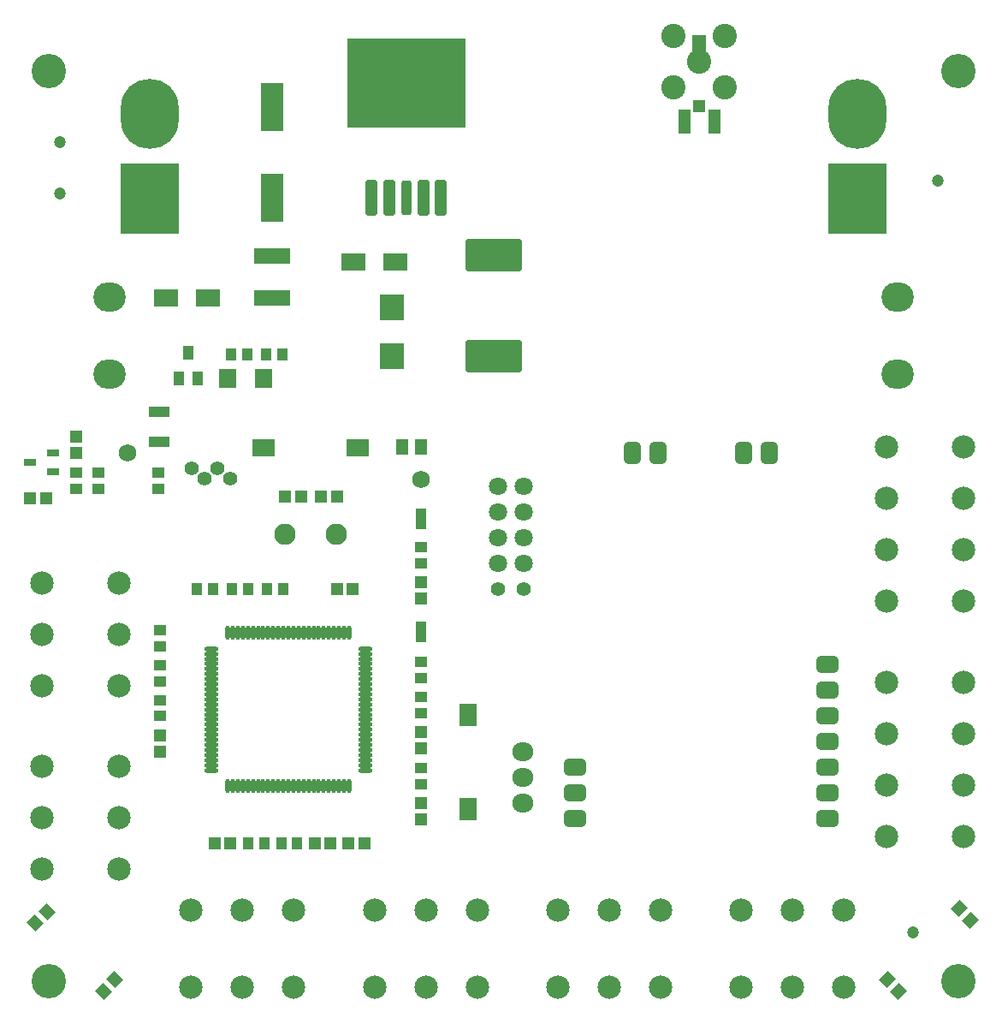
<source format=gts>
G04*
G04 #@! TF.GenerationSoftware,Altium Limited,Altium Designer,19.0.13 (425)*
G04*
G04 Layer_Color=8388736*
%FSTAX24Y24*%
%MOIN*%
G70*
G01*
G75*
%ADD20C,0.0100*%
G04:AMPARAMS|DCode=42|XSize=39.4mil|YSize=133.9mil|CornerRadius=9.8mil|HoleSize=0mil|Usage=FLASHONLY|Rotation=0.000|XOffset=0mil|YOffset=0mil|HoleType=Round|Shape=RoundedRectangle|*
%AMROUNDEDRECTD42*
21,1,0.0394,0.1142,0,0,0.0*
21,1,0.0197,0.1339,0,0,0.0*
1,1,0.0197,0.0098,-0.0571*
1,1,0.0197,-0.0098,-0.0571*
1,1,0.0197,-0.0098,0.0571*
1,1,0.0197,0.0098,0.0571*
%
%ADD42ROUNDEDRECTD42*%
%ADD57C,0.0200*%
%ADD58R,0.0820X0.0400*%
%ADD59R,0.4380X0.2820*%
%ADD60R,0.0400X0.0820*%
%ADD61O,0.0178X0.0552*%
%ADD62O,0.0552X0.0178*%
%ADD63C,0.0474*%
G04:AMPARAMS|DCode=64|XSize=45.4mil|YSize=47.4mil|CornerRadius=0mil|HoleSize=0mil|Usage=FLASHONLY|Rotation=135.000|XOffset=0mil|YOffset=0mil|HoleType=Round|Shape=Rectangle|*
%AMROTATEDRECTD64*
4,1,4,0.0328,0.0007,-0.0007,-0.0328,-0.0328,-0.0007,0.0007,0.0328,0.0328,0.0007,0.0*
%
%ADD64ROTATEDRECTD64*%

G04:AMPARAMS|DCode=65|XSize=86.7mil|YSize=67.1mil|CornerRadius=18.8mil|HoleSize=0mil|Usage=FLASHONLY|Rotation=180.000|XOffset=0mil|YOffset=0mil|HoleType=Round|Shape=RoundedRectangle|*
%AMROUNDEDRECTD65*
21,1,0.0867,0.0295,0,0,180.0*
21,1,0.0492,0.0671,0,0,180.0*
1,1,0.0375,-0.0246,0.0148*
1,1,0.0375,0.0246,0.0148*
1,1,0.0375,0.0246,-0.0148*
1,1,0.0375,-0.0246,-0.0148*
%
%ADD65ROUNDEDRECTD65*%
%ADD66R,0.0580X0.0907*%
%ADD67R,0.0966X0.1005*%
%ADD68R,0.0474X0.0493*%
%ADD69R,0.0493X0.0946*%
G04:AMPARAMS|DCode=70|XSize=45.4mil|YSize=47.4mil|CornerRadius=0mil|HoleSize=0mil|Usage=FLASHONLY|Rotation=225.000|XOffset=0mil|YOffset=0mil|HoleType=Round|Shape=Rectangle|*
%AMROTATEDRECTD70*
4,1,4,-0.0007,0.0328,0.0328,-0.0007,0.0007,-0.0328,-0.0328,0.0007,-0.0007,0.0328,0.0*
%
%ADD70ROTATEDRECTD70*%

G04:AMPARAMS|DCode=71|XSize=86.7mil|YSize=67.1mil|CornerRadius=18.8mil|HoleSize=0mil|Usage=FLASHONLY|Rotation=270.000|XOffset=0mil|YOffset=0mil|HoleType=Round|Shape=RoundedRectangle|*
%AMROUNDEDRECTD71*
21,1,0.0867,0.0295,0,0,270.0*
21,1,0.0492,0.0671,0,0,270.0*
1,1,0.0375,-0.0148,-0.0246*
1,1,0.0375,-0.0148,0.0246*
1,1,0.0375,0.0148,0.0246*
1,1,0.0375,0.0148,-0.0246*
%
%ADD71ROUNDEDRECTD71*%
%ADD72R,0.0710X0.0907*%
%ADD73R,0.4608X0.3479*%
G04:AMPARAMS|DCode=74|XSize=47.4mil|YSize=141.9mil|CornerRadius=13.8mil|HoleSize=0mil|Usage=FLASHONLY|Rotation=0.000|XOffset=0mil|YOffset=0mil|HoleType=Round|Shape=RoundedRectangle|*
%AMROUNDEDRECTD74*
21,1,0.0474,0.1142,0,0,0.0*
21,1,0.0197,0.1419,0,0,0.0*
1,1,0.0277,0.0098,-0.0571*
1,1,0.0277,-0.0098,-0.0571*
1,1,0.0277,-0.0098,0.0571*
1,1,0.0277,0.0098,0.0571*
%
%ADD74ROUNDEDRECTD74*%
%ADD75R,0.0907X0.1852*%
%ADD76R,0.1438X0.0592*%
%ADD77R,0.0946X0.0690*%
%ADD78R,0.0474X0.0434*%
%ADD79R,0.0907X0.0710*%
%ADD80R,0.0415X0.0552*%
%ADD81R,0.0671X0.0769*%
%ADD82R,0.0493X0.0631*%
%ADD83R,0.0454X0.0474*%
%ADD84R,0.0474X0.0454*%
%ADD85R,0.0474X0.0316*%
%ADD86R,0.0434X0.0474*%
G04:AMPARAMS|DCode=87|XSize=126mil|YSize=220.5mil|CornerRadius=9.8mil|HoleSize=0mil|Usage=FLASHONLY|Rotation=270.000|XOffset=0mil|YOffset=0mil|HoleType=Round|Shape=RoundedRectangle|*
%AMROUNDEDRECTD87*
21,1,0.1260,0.2008,0,0,270.0*
21,1,0.1063,0.2205,0,0,270.0*
1,1,0.0197,-0.1004,-0.0531*
1,1,0.0197,-0.1004,0.0531*
1,1,0.0197,0.1004,0.0531*
1,1,0.0197,0.1004,-0.0531*
%
%ADD87ROUNDEDRECTD87*%
%ADD88C,0.0907*%
%ADD89C,0.0680*%
%ADD90C,0.0946*%
%ADD91C,0.0552*%
%ADD92C,0.0710*%
%ADD93C,0.0830*%
%ADD94O,0.2252X0.2724*%
%ADD95R,0.2252X0.2724*%
%ADD96O,0.0830X0.0730*%
%ADD97O,0.1261X0.1143*%
%ADD98C,0.1339*%
%ADD99C,0.0580*%
D20*
X027574Y050321D02*
G03*
X027481Y050197I000036J-000124D01*
G01*
X027574Y050321D02*
G03*
X027481Y050197I000036J-000124D01*
G01*
X028193Y050493D02*
G03*
X028158Y050488I0J-000129D01*
G01*
X028193Y050493D02*
G03*
X028158Y050488I0J-000129D01*
G01*
X031906Y050197D02*
G03*
X031812Y050321I-000129J0D01*
G01*
X031906Y050197D02*
G03*
X031812Y050321I-000129J0D01*
G01*
X031229Y050488D02*
G03*
X031193Y050493I-000035J-000124D01*
G01*
X031229Y050488D02*
G03*
X031193Y050493I-000035J-000124D01*
G01*
X031878Y05027D02*
X031929Y05022D01*
Y04747D02*
Y05022D01*
X031679Y04747D02*
X031929D01*
X027483D02*
X031679D01*
X027481Y047472D02*
X027483Y04747D01*
X027481Y047472D02*
Y049697D01*
Y050197D01*
X027575Y050321D02*
X028158Y050488D01*
X031906Y049697D02*
Y050197D01*
X028193Y050493D02*
X031193D01*
X031229Y050488D02*
X031812Y050321D01*
D42*
X029678Y04462D02*
D03*
D57*
X027877Y050347D02*
X031517D01*
D58*
X020058Y036287D02*
D03*
X020058Y035127D02*
D03*
D59*
X029697Y04893D02*
D03*
D60*
X030267Y027734D02*
D03*
X030259Y032124D02*
D03*
D61*
X026664Y021706D02*
D03*
X027058D02*
D03*
X027452Y02769D02*
D03*
X027255D02*
D03*
X027058D02*
D03*
X026861D02*
D03*
X026664D02*
D03*
X026467D02*
D03*
X026271D02*
D03*
X026074D02*
D03*
X025877D02*
D03*
X02568D02*
D03*
X025483D02*
D03*
X025286D02*
D03*
X025089D02*
D03*
X024893D02*
D03*
X024696D02*
D03*
X024499D02*
D03*
X024302D02*
D03*
X024105D02*
D03*
X023908D02*
D03*
X023712D02*
D03*
X023515D02*
D03*
X023318D02*
D03*
X023121D02*
D03*
X022924D02*
D03*
X022727D02*
D03*
Y021706D02*
D03*
X022924D02*
D03*
X023121D02*
D03*
X023318D02*
D03*
X023515D02*
D03*
X023712D02*
D03*
X023908D02*
D03*
X024105D02*
D03*
X024302D02*
D03*
X024499D02*
D03*
X024696D02*
D03*
X024893D02*
D03*
X025089D02*
D03*
X025286D02*
D03*
X025483D02*
D03*
X02568D02*
D03*
X025877D02*
D03*
X026074D02*
D03*
X026271D02*
D03*
X026467D02*
D03*
X026861D02*
D03*
X027255D02*
D03*
X027452D02*
D03*
D62*
X028082Y022336D02*
D03*
Y022533D02*
D03*
Y022729D02*
D03*
Y022926D02*
D03*
Y023123D02*
D03*
Y02332D02*
D03*
Y023517D02*
D03*
Y023714D02*
D03*
Y02391D02*
D03*
Y024107D02*
D03*
Y024304D02*
D03*
Y024501D02*
D03*
Y024698D02*
D03*
Y024895D02*
D03*
Y025092D02*
D03*
Y025288D02*
D03*
Y025485D02*
D03*
Y025682D02*
D03*
Y025879D02*
D03*
Y026076D02*
D03*
Y026273D02*
D03*
Y02647D02*
D03*
Y026666D02*
D03*
Y026863D02*
D03*
Y02706D02*
D03*
X022097D02*
D03*
Y026863D02*
D03*
Y026666D02*
D03*
Y02647D02*
D03*
Y026273D02*
D03*
Y026076D02*
D03*
Y025879D02*
D03*
Y025682D02*
D03*
Y025485D02*
D03*
Y025288D02*
D03*
Y025092D02*
D03*
Y024895D02*
D03*
Y024698D02*
D03*
Y024501D02*
D03*
Y024304D02*
D03*
Y024107D02*
D03*
Y02391D02*
D03*
Y023714D02*
D03*
Y023517D02*
D03*
Y02332D02*
D03*
Y023123D02*
D03*
Y022926D02*
D03*
Y022729D02*
D03*
Y022533D02*
D03*
Y022336D02*
D03*
D63*
X049418Y016025D02*
D03*
X016179Y044774D02*
D03*
X050379Y045294D02*
D03*
X016199Y046799D02*
D03*
D64*
X048418Y014177D02*
D03*
X048864Y013731D02*
D03*
X051653Y016492D02*
D03*
X051207Y016938D02*
D03*
D65*
X036249Y022449D02*
D03*
X046083Y026449D02*
D03*
Y025449D02*
D03*
Y024449D02*
D03*
Y023449D02*
D03*
Y022449D02*
D03*
Y021449D02*
D03*
Y020449D02*
D03*
X036249D02*
D03*
Y021449D02*
D03*
D66*
X0411Y050536D02*
D03*
D67*
X029119Y03844D02*
D03*
Y040369D02*
D03*
D68*
X0411Y048198D02*
D03*
D69*
X040519Y047598D02*
D03*
X04168D02*
D03*
D70*
X015238Y016385D02*
D03*
X015684Y01683D02*
D03*
X018331Y014178D02*
D03*
X017886Y013732D02*
D03*
D71*
X043828Y03467D02*
D03*
X042828D02*
D03*
X039497D02*
D03*
X038497D02*
D03*
D72*
X0321Y024488D02*
D03*
Y020827D02*
D03*
D73*
X029698Y04907D02*
D03*
D74*
X031017Y04462D02*
D03*
X030348D02*
D03*
X029009D02*
D03*
X02834D02*
D03*
D75*
X024462D02*
D03*
Y048164D02*
D03*
D76*
X024455Y040731D02*
D03*
Y042345D02*
D03*
D77*
X027635Y042104D02*
D03*
X029249D02*
D03*
X020334Y040729D02*
D03*
X021948D02*
D03*
D78*
X020028Y033297D02*
D03*
Y033927D02*
D03*
X016838Y033297D02*
D03*
Y033927D02*
D03*
X017675Y033297D02*
D03*
Y033927D02*
D03*
X020078Y024439D02*
D03*
Y025069D02*
D03*
X02008Y026425D02*
D03*
Y025795D02*
D03*
Y027783D02*
D03*
Y027154D02*
D03*
X030257Y031024D02*
D03*
Y030394D02*
D03*
X030257Y025924D02*
D03*
Y026554D02*
D03*
Y025194D02*
D03*
Y024564D02*
D03*
Y022429D02*
D03*
Y021799D02*
D03*
D79*
X024138Y034902D02*
D03*
X027799D02*
D03*
D80*
X02157Y037589D02*
D03*
X020812Y037591D02*
D03*
X021184Y038573D02*
D03*
D81*
X024118Y037601D02*
D03*
X02274D02*
D03*
D82*
X030247Y034907D02*
D03*
X029538D02*
D03*
D83*
X015024Y032907D02*
D03*
X015654D02*
D03*
X026979Y032984D02*
D03*
X026349D02*
D03*
X024949D02*
D03*
X025579D02*
D03*
X027438Y01949D02*
D03*
X028068D02*
D03*
X02611D02*
D03*
X02674D02*
D03*
X02284D02*
D03*
X02221D02*
D03*
X027604Y029394D02*
D03*
X026974D02*
D03*
D84*
X016838Y034695D02*
D03*
Y035325D02*
D03*
X02008Y023059D02*
D03*
Y023688D02*
D03*
X030257Y029644D02*
D03*
Y029014D02*
D03*
X030257Y023809D02*
D03*
Y023179D02*
D03*
Y021049D02*
D03*
Y020419D02*
D03*
D85*
X015024Y034321D02*
D03*
X01593Y034695D02*
D03*
Y033947D02*
D03*
D86*
X022853Y038531D02*
D03*
X023483D02*
D03*
X024218D02*
D03*
X024848D02*
D03*
X02481Y01949D02*
D03*
X02544D02*
D03*
X02352D02*
D03*
X02415D02*
D03*
X024889Y029394D02*
D03*
X024259D02*
D03*
X022894D02*
D03*
X023523D02*
D03*
X021534Y029388D02*
D03*
X022163D02*
D03*
D87*
X033079Y042374D02*
D03*
Y038437D02*
D03*
D88*
X048398Y032907D02*
D03*
Y030907D02*
D03*
Y023758D02*
D03*
X015477Y027616D02*
D03*
Y020498D02*
D03*
X048398Y021758D02*
D03*
X051398Y025758D02*
D03*
X048398D02*
D03*
X051398Y021758D02*
D03*
Y023758D02*
D03*
Y019758D02*
D03*
X048398D02*
D03*
X051398Y034907D02*
D03*
X048398D02*
D03*
X051398Y030907D02*
D03*
Y032907D02*
D03*
Y028907D02*
D03*
X048398D02*
D03*
X015477Y025616D02*
D03*
X018477Y027616D02*
D03*
Y025616D02*
D03*
X015477Y029616D02*
D03*
X018477D02*
D03*
X04474Y013874D02*
D03*
X04674D02*
D03*
X04474Y016874D02*
D03*
X04674D02*
D03*
X04274Y013874D02*
D03*
Y016874D02*
D03*
X037591Y013874D02*
D03*
X039591D02*
D03*
X037591Y016874D02*
D03*
X039591D02*
D03*
X035591Y013874D02*
D03*
Y016874D02*
D03*
X015477Y018498D02*
D03*
X018477Y020498D02*
D03*
Y018498D02*
D03*
X015477Y022498D02*
D03*
X018477D02*
D03*
X023291Y013874D02*
D03*
X025291D02*
D03*
X023291Y016874D02*
D03*
X025291D02*
D03*
X021291Y013874D02*
D03*
Y016874D02*
D03*
X030441Y013874D02*
D03*
X032441D02*
D03*
X030441Y016874D02*
D03*
X032441D02*
D03*
X028441Y013874D02*
D03*
Y016874D02*
D03*
D89*
X018807Y034695D02*
D03*
X030247Y033657D02*
D03*
D90*
X0411Y049907D02*
D03*
X0401Y048907D02*
D03*
X0421D02*
D03*
Y050907D02*
D03*
X0401D02*
D03*
D91*
X033254Y029372D02*
D03*
X034254D02*
D03*
X022818Y033685D02*
D03*
X021818D02*
D03*
X021318Y034085D02*
D03*
X022318D02*
D03*
D92*
X033254Y030372D02*
D03*
X034254D02*
D03*
X033254Y031372D02*
D03*
X034254D02*
D03*
Y032372D02*
D03*
X033254D02*
D03*
X034254Y033372D02*
D03*
X033254D02*
D03*
D93*
X026969Y031523D02*
D03*
X024969D02*
D03*
D94*
X019706Y047898D02*
D03*
X047265D02*
D03*
D95*
X019706Y044591D02*
D03*
X047265D02*
D03*
D96*
X03424Y02304D02*
D03*
Y02206D02*
D03*
Y02105D02*
D03*
D97*
X018131Y037741D02*
D03*
Y040741D02*
D03*
X048839D02*
D03*
Y037741D02*
D03*
D98*
X015769Y014118D02*
D03*
Y049552D02*
D03*
X051202D02*
D03*
Y014118D02*
D03*
D99*
X031263Y050144D02*
D03*
X031234Y049185D02*
D03*
Y048144D02*
D03*
X030234Y050144D02*
D03*
X030238Y049185D02*
D03*
X030234Y048144D02*
D03*
X029225Y050144D02*
D03*
X029234Y049144D02*
D03*
Y048144D02*
D03*
X028234Y050144D02*
D03*
Y049144D02*
D03*
Y048144D02*
D03*
M02*

</source>
